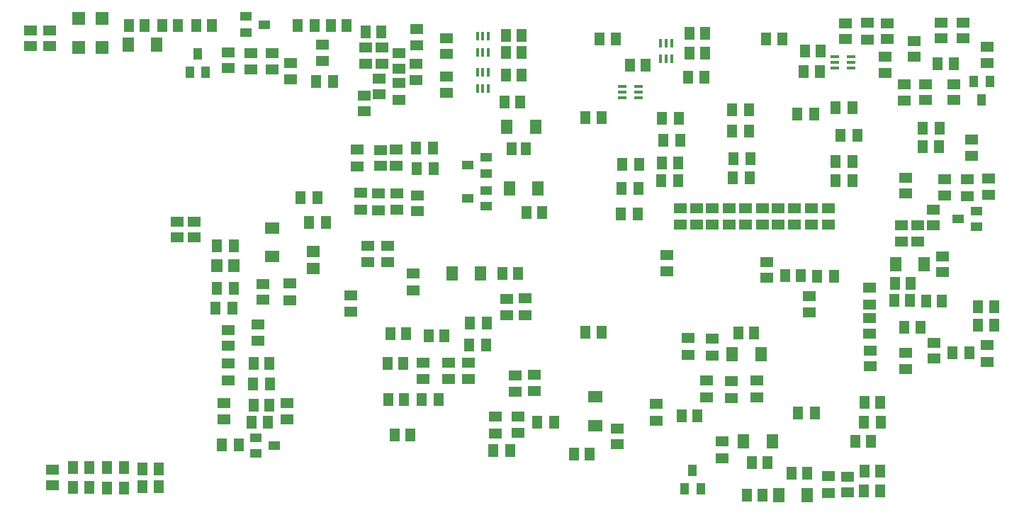
<source format=gbr>
%TF.GenerationSoftware,KiCad,Pcbnew,(5.1.6)-1*%
%TF.CreationDate,2021-06-14T09:51:15+02:00*%
%TF.ProjectId,ST25.004,53543235-2e30-4303-942e-6b696361645f,rev?*%
%TF.SameCoordinates,Original*%
%TF.FileFunction,Paste,Top*%
%TF.FilePolarity,Positive*%
%FSLAX46Y46*%
G04 Gerber Fmt 4.6, Leading zero omitted, Abs format (unit mm)*
G04 Created by KiCad (PCBNEW (5.1.6)-1) date 2021-06-14 09:51:15*
%MOMM*%
%LPD*%
G01*
G04 APERTURE LIST*
%ADD10R,1.300000X1.600000*%
%ADD11R,1.300000X1.500000*%
%ADD12R,1.600000X1.300000*%
%ADD13R,1.400000X1.800000*%
%ADD14R,1.500000X1.300000*%
%ADD15R,1.800000X1.400000*%
%ADD16R,1.000000X1.400000*%
%ADD17R,1.400000X1.000000*%
%ADD18R,1.600000X1.400000*%
%ADD19R,1.400000X1.600000*%
%ADD20R,1.117600X0.355600*%
%ADD21R,0.355600X1.117600*%
%ADD22R,1.500000X1.500000*%
G04 APERTURE END LIST*
D10*
%TO.C,C4*%
X157600000Y-79800000D03*
X159600000Y-79800000D03*
%TD*%
D11*
%TO.C,R35*%
X132654000Y-115062000D03*
X134554000Y-115062000D03*
%TD*%
%TO.C,R21*%
X132400000Y-122936000D03*
X134300000Y-122936000D03*
%TD*%
D10*
%TO.C,C247*%
X113903000Y-104521000D03*
X111903000Y-104521000D03*
%TD*%
D12*
%TO.C,C244*%
X195630600Y-104075600D03*
X195630600Y-102075600D03*
%TD*%
D10*
%TO.C,C61*%
X111776000Y-112014000D03*
X113776000Y-112014000D03*
%TD*%
D12*
%TO.C,C60*%
X112776000Y-125333000D03*
X112776000Y-123333000D03*
%TD*%
D10*
%TO.C,C58*%
X105000000Y-133365000D03*
X103000000Y-133365000D03*
%TD*%
%TO.C,C57*%
X98822000Y-131064000D03*
X100822000Y-131064000D03*
%TD*%
%TO.C,C54*%
X96700000Y-131065000D03*
X94700000Y-131065000D03*
%TD*%
D12*
%TO.C,C52*%
X116840000Y-113935000D03*
X116840000Y-115935000D03*
%TD*%
D10*
%TO.C,C39*%
X121900000Y-98800000D03*
X123900000Y-98800000D03*
%TD*%
D12*
%TO.C,C205*%
X116000000Y-81500000D03*
X116000000Y-83500000D03*
%TD*%
D10*
%TO.C,C16*%
X112525300Y-128333500D03*
X114525300Y-128333500D03*
%TD*%
D13*
%TO.C,D3*%
X101297000Y-80518000D03*
X104697000Y-80518000D03*
%TD*%
D12*
%TO.C,C29*%
X176403000Y-122666000D03*
X176403000Y-120666000D03*
%TD*%
%TO.C,C27*%
X170434000Y-122666000D03*
X170434000Y-120666000D03*
%TD*%
%TO.C,C26*%
X173355000Y-120729500D03*
X173355000Y-122729500D03*
%TD*%
D11*
%TO.C,R39*%
X167452000Y-124841000D03*
X169352000Y-124841000D03*
%TD*%
D14*
%TO.C,R33*%
X91948000Y-78806000D03*
X91948000Y-80706000D03*
%TD*%
%TO.C,R34*%
X89662000Y-80706000D03*
X89662000Y-78806000D03*
%TD*%
D13*
%TO.C,D2*%
X140032000Y-107886500D03*
X143432000Y-107886500D03*
%TD*%
D11*
%TO.C,R23*%
X145989000Y-107823000D03*
X147889000Y-107823000D03*
%TD*%
%TO.C,R22*%
X150810000Y-100584000D03*
X148910000Y-100584000D03*
%TD*%
D15*
%TO.C,D209*%
X157149600Y-122635400D03*
X157149600Y-126035400D03*
%TD*%
D12*
%TO.C,C204*%
X148717000Y-110823500D03*
X148717000Y-112823500D03*
%TD*%
D13*
%TO.C,D215*%
X173496500Y-117538500D03*
X176896500Y-117538500D03*
%TD*%
D10*
%TO.C,C17*%
X183245000Y-88851600D03*
X181245000Y-88851600D03*
%TD*%
D12*
%TO.C,C28*%
X202057000Y-93837000D03*
X202057000Y-91837000D03*
%TD*%
D10*
%TO.C,C252-2*%
X173498000Y-88265000D03*
X175498000Y-88265000D03*
%TD*%
%TO.C,C251-2*%
X187817000Y-88011000D03*
X185817000Y-88011000D03*
%TD*%
%TO.C,C250-2*%
X187817000Y-96774000D03*
X185817000Y-96774000D03*
%TD*%
%TO.C,C59*%
X98822000Y-133477000D03*
X100822000Y-133477000D03*
%TD*%
D14*
%TO.C,R31*%
X113284000Y-116520000D03*
X113284000Y-114620000D03*
%TD*%
D11*
%TO.C,R30*%
X116271000Y-123571000D03*
X118171000Y-123571000D03*
%TD*%
D12*
%TO.C,C10*%
X113284000Y-120634000D03*
X113284000Y-118634000D03*
%TD*%
D10*
%TO.C,C9*%
X118043200Y-125679200D03*
X116043200Y-125679200D03*
%TD*%
%TO.C,C263-2*%
X166989000Y-96774000D03*
X164989000Y-96774000D03*
%TD*%
%TO.C,C262-2*%
X142129000Y-113792000D03*
X144129000Y-113792000D03*
%TD*%
%TO.C,C261-2*%
X167116000Y-89281000D03*
X165116000Y-89281000D03*
%TD*%
%TO.C,C260-2*%
X162290000Y-97663000D03*
X160290000Y-97663000D03*
%TD*%
%TO.C,C253-2*%
X173625000Y-94107000D03*
X175625000Y-94107000D03*
%TD*%
D11*
%TO.C,R29*%
X127442000Y-78232000D03*
X125542000Y-78232000D03*
%TD*%
%TO.C,R259*%
X109413000Y-78232000D03*
X111313000Y-78232000D03*
%TD*%
%TO.C,R258*%
X105349000Y-78232000D03*
X107249000Y-78232000D03*
%TD*%
D14*
%TO.C,R20*%
X178993600Y-101993600D03*
X178993600Y-100093600D03*
%TD*%
%TO.C,R19*%
X182930600Y-101993600D03*
X182930600Y-100093600D03*
%TD*%
%TO.C,R18*%
X180898600Y-101993600D03*
X180898600Y-100093600D03*
%TD*%
%TO.C,R17*%
X184962600Y-101993600D03*
X184962600Y-100093600D03*
%TD*%
%TO.C,R16*%
X167309600Y-101993600D03*
X167309600Y-100093600D03*
%TD*%
%TO.C,R15*%
X169214600Y-101993600D03*
X169214600Y-100093600D03*
%TD*%
%TO.C,R14*%
X171119600Y-101993600D03*
X171119600Y-100093600D03*
%TD*%
%TO.C,R13*%
X173151600Y-101993600D03*
X173151600Y-100093600D03*
%TD*%
%TO.C,R12*%
X177088600Y-101993600D03*
X177088600Y-100093600D03*
%TD*%
%TO.C,R11*%
X175056600Y-101993600D03*
X175056600Y-100093600D03*
%TD*%
D11*
%TO.C,R10*%
X168350000Y-79200000D03*
X170250000Y-79200000D03*
%TD*%
%TO.C,R9*%
X168350000Y-81500000D03*
X170250000Y-81500000D03*
%TD*%
%TO.C,R8*%
X168250000Y-84400000D03*
X170150000Y-84400000D03*
%TD*%
%TO.C,R7*%
X183950000Y-83700000D03*
X182050000Y-83700000D03*
%TD*%
%TO.C,R6*%
X184050000Y-81300000D03*
X182150000Y-81300000D03*
%TD*%
%TO.C,R5*%
X148320600Y-79453600D03*
X146420600Y-79453600D03*
%TD*%
%TO.C,R4*%
X146420600Y-81485600D03*
X148320600Y-81485600D03*
%TD*%
%TO.C,R3*%
X146420600Y-84152600D03*
X148320600Y-84152600D03*
%TD*%
%TO.C,R2*%
X146243000Y-87376000D03*
X148143000Y-87376000D03*
%TD*%
%TO.C,R1*%
X163129000Y-83009600D03*
X161229000Y-83009600D03*
%TD*%
D14*
%TO.C,R257*%
X139319000Y-86250000D03*
X139319000Y-84350000D03*
%TD*%
%TO.C,R256*%
X139319000Y-79750000D03*
X139319000Y-81650000D03*
%TD*%
%TO.C,R279*%
X204100000Y-96550000D03*
X204100000Y-98450000D03*
%TD*%
%TO.C,R278*%
X203900000Y-82689600D03*
X203900000Y-80789600D03*
%TD*%
%TO.C,R266*%
X141986000Y-120457000D03*
X141986000Y-118557000D03*
%TD*%
%TO.C,R260*%
X200000000Y-87150000D03*
X200000000Y-85250000D03*
%TD*%
%TO.C,R252*%
X197535600Y-102120600D03*
X197535600Y-100220600D03*
%TD*%
%TO.C,R250*%
X194200000Y-98310600D03*
X194200000Y-96410600D03*
%TD*%
%TO.C,R243*%
X198600000Y-107708600D03*
X198600000Y-105808600D03*
%TD*%
%TO.C,R251*%
X193725600Y-104025600D03*
X193725600Y-102125600D03*
%TD*%
D11*
%TO.C,R249*%
X192902600Y-109044600D03*
X194802600Y-109044600D03*
%TD*%
D14*
%TO.C,R215*%
X135763000Y-78679000D03*
X135763000Y-80579000D03*
%TD*%
%TO.C,R261*%
X135686600Y-82821600D03*
X135686600Y-84721600D03*
%TD*%
%TO.C,R277*%
X120294400Y-123395700D03*
X120294400Y-125295700D03*
%TD*%
D11*
%TO.C,R268*%
X154548600Y-129466200D03*
X156448600Y-129466200D03*
%TD*%
D14*
%TO.C,R244*%
X131444800Y-95008600D03*
X131444800Y-93108600D03*
%TD*%
D11*
%TO.C,R276*%
X147105000Y-92964000D03*
X148805000Y-92964000D03*
%TD*%
D14*
%TO.C,R255*%
X132334000Y-106487000D03*
X132334000Y-104587000D03*
%TD*%
%TO.C,R254*%
X133400600Y-98300500D03*
X133400600Y-100200500D03*
%TD*%
%TO.C,R253*%
X129921000Y-106487000D03*
X129921000Y-104587000D03*
%TD*%
%TO.C,R248*%
X127889000Y-110492500D03*
X127889000Y-112392500D03*
%TD*%
%TO.C,R247*%
X117411500Y-109095500D03*
X117411500Y-110995500D03*
%TD*%
%TO.C,R262*%
X107200000Y-103550000D03*
X107200000Y-101650000D03*
%TD*%
%TO.C,R263*%
X109200000Y-103550000D03*
X109200000Y-101650000D03*
%TD*%
D11*
%TO.C,R246*%
X103312000Y-78232000D03*
X101412000Y-78232000D03*
%TD*%
%TO.C,R32*%
X118171000Y-118618000D03*
X116271000Y-118618000D03*
%TD*%
%TO.C,R270*%
X103021500Y-131243500D03*
X104921500Y-131243500D03*
%TD*%
%TO.C,R271*%
X94750000Y-133465000D03*
X96650000Y-133465000D03*
%TD*%
D14*
%TO.C,R269*%
X92300000Y-133215000D03*
X92300000Y-131315000D03*
%TD*%
%TO.C,R225*%
X120700000Y-84643000D03*
X120700000Y-82743000D03*
%TD*%
%TO.C,R224*%
X124510600Y-82435600D03*
X124510600Y-80535600D03*
%TD*%
D11*
%TO.C,R223*%
X181670800Y-108079400D03*
X179770800Y-108079400D03*
%TD*%
D14*
%TO.C,R222*%
X187248600Y-132146000D03*
X187248600Y-134046000D03*
%TD*%
%TO.C,R226*%
X190000000Y-118950000D03*
X190000000Y-117050000D03*
%TD*%
%TO.C,R227*%
X189900000Y-113200000D03*
X189900000Y-115100000D03*
%TD*%
%TO.C,R242*%
X135889800Y-100418800D03*
X135889800Y-98518800D03*
%TD*%
%TO.C,R202*%
X146494500Y-110937000D03*
X146494500Y-112837000D03*
%TD*%
%TO.C,R201*%
X159766000Y-126367500D03*
X159766000Y-128267500D03*
%TD*%
%TO.C,R203*%
X118500000Y-83450000D03*
X118500000Y-81550000D03*
%TD*%
%TO.C,R204*%
X131292400Y-86474200D03*
X131292400Y-84574200D03*
%TD*%
%TO.C,R205*%
X129514400Y-88480800D03*
X129514400Y-86580800D03*
%TD*%
%TO.C,R206*%
X113300000Y-83350000D03*
X113300000Y-81450000D03*
%TD*%
D11*
%TO.C,R209*%
X190050000Y-127900000D03*
X188150000Y-127900000D03*
%TD*%
%TO.C,R267*%
X189296000Y-131445000D03*
X191196000Y-131445000D03*
%TD*%
%TO.C,R207*%
X192850000Y-111051200D03*
X194750000Y-111051200D03*
%TD*%
%TO.C,R208*%
X196650000Y-111127400D03*
X198550000Y-111127400D03*
%TD*%
%TO.C,R210*%
X194045600Y-114277000D03*
X195945600Y-114277000D03*
%TD*%
D14*
%TO.C,R211*%
X198900000Y-98539200D03*
X198900000Y-96639200D03*
%TD*%
%TO.C,R241*%
X133629200Y-83400800D03*
X133629200Y-81500800D03*
%TD*%
%TO.C,R216*%
X131622600Y-80891200D03*
X131622600Y-82791200D03*
%TD*%
D11*
%TO.C,R217*%
X129656600Y-78971000D03*
X131556600Y-78971000D03*
%TD*%
D14*
%TO.C,R218*%
X196600000Y-85250000D03*
X196600000Y-87150000D03*
%TD*%
%TO.C,R219*%
X191770000Y-81981000D03*
X191770000Y-83881000D03*
%TD*%
%TO.C,R221*%
X197586400Y-116121000D03*
X197586400Y-118021000D03*
%TD*%
D11*
%TO.C,R230*%
X191150000Y-123300000D03*
X189250000Y-123300000D03*
%TD*%
D14*
%TO.C,R232*%
X177647400Y-106469000D03*
X177647400Y-108369000D03*
%TD*%
%TO.C,R231*%
X194200000Y-117350000D03*
X194200000Y-119250000D03*
%TD*%
%TO.C,R233*%
X182727400Y-110609200D03*
X182727400Y-112509200D03*
%TD*%
D11*
%TO.C,R229*%
X182433000Y-131699000D03*
X180533000Y-131699000D03*
%TD*%
%TO.C,R228*%
X175224200Y-134366000D03*
X177124200Y-134366000D03*
%TD*%
%TO.C,R235*%
X174183000Y-114998500D03*
X176083000Y-114998500D03*
%TD*%
%TO.C,R237*%
X175834000Y-130492500D03*
X177734000Y-130492500D03*
%TD*%
D14*
%TO.C,R220*%
X195200000Y-80076000D03*
X195200000Y-81976000D03*
%TD*%
D11*
%TO.C,R239*%
X137226000Y-115316000D03*
X139126000Y-115316000D03*
%TD*%
%TO.C,R238*%
X134173000Y-118618000D03*
X132273000Y-118618000D03*
%TD*%
D14*
%TO.C,R240*%
X147574000Y-120081000D03*
X147574000Y-121981000D03*
%TD*%
D11*
%TO.C,R38*%
X135062000Y-127127000D03*
X133162000Y-127127000D03*
%TD*%
%TO.C,R25*%
X198050000Y-82800000D03*
X199950000Y-82800000D03*
%TD*%
D14*
%TO.C,R27*%
X201100000Y-77850000D03*
X201100000Y-79750000D03*
%TD*%
%TO.C,R26*%
X198400000Y-79750000D03*
X198400000Y-77850000D03*
%TD*%
%TO.C,R28*%
X192000000Y-79850000D03*
X192000000Y-77950000D03*
%TD*%
%TO.C,R24*%
X187000000Y-77950000D03*
X187000000Y-79850000D03*
%TD*%
D10*
%TO.C,C22*%
X177500000Y-79800000D03*
X179500000Y-79800000D03*
%TD*%
%TO.C,C19*%
X157895600Y-89232600D03*
X155895600Y-89232600D03*
%TD*%
%TO.C,C18*%
X157908500Y-114871500D03*
X155908500Y-114871500D03*
%TD*%
%TO.C,C264*%
X162163000Y-100711000D03*
X160163000Y-100711000D03*
%TD*%
D12*
%TO.C,C254*%
X165658600Y-105631600D03*
X165658600Y-107631600D03*
%TD*%
D10*
%TO.C,C253*%
X173548600Y-96471600D03*
X175548600Y-96471600D03*
%TD*%
%TO.C,C252*%
X173498000Y-90805000D03*
X175498000Y-90805000D03*
%TD*%
%TO.C,C260*%
X162340600Y-94820600D03*
X160340600Y-94820600D03*
%TD*%
%TO.C,C250*%
X187817000Y-94488000D03*
X185817000Y-94488000D03*
%TD*%
%TO.C,C251*%
X188452000Y-91313000D03*
X186452000Y-91313000D03*
%TD*%
%TO.C,C261*%
X167243000Y-91948000D03*
X165243000Y-91948000D03*
%TD*%
%TO.C,C262*%
X142052600Y-116410600D03*
X144052600Y-116410600D03*
%TD*%
%TO.C,C263*%
X167039600Y-94615000D03*
X165039600Y-94615000D03*
%TD*%
%TO.C,C235*%
X198205400Y-92687000D03*
X196205400Y-92687000D03*
%TD*%
%TO.C,C236*%
X202800000Y-111864000D03*
X204800000Y-111864000D03*
%TD*%
%TO.C,C234*%
X198256200Y-90502600D03*
X196256200Y-90502600D03*
%TD*%
%TO.C,C64*%
X150206000Y-125656200D03*
X152206000Y-125656200D03*
%TD*%
D12*
%TO.C,C63*%
X164401500Y-125460000D03*
X164401500Y-123460000D03*
%TD*%
D10*
%TO.C,C239*%
X204800000Y-114073800D03*
X202800000Y-114073800D03*
%TD*%
D12*
%TO.C,C237*%
X203900000Y-118452000D03*
X203900000Y-116452000D03*
%TD*%
D10*
%TO.C,C240*%
X123800000Y-84889200D03*
X125800000Y-84889200D03*
%TD*%
%TO.C,C242*%
X137779000Y-95313500D03*
X135779000Y-95313500D03*
%TD*%
D12*
%TO.C,C49*%
X168211500Y-115586000D03*
X168211500Y-117586000D03*
%TD*%
D10*
%TO.C,C241*%
X137702600Y-92890200D03*
X135702600Y-92890200D03*
%TD*%
%TO.C,C238*%
X199790000Y-117370000D03*
X201790000Y-117370000D03*
%TD*%
D12*
%TO.C,C243*%
X149809000Y-119957200D03*
X149809000Y-121957200D03*
%TD*%
D10*
%TO.C,C232*%
X183346400Y-124564000D03*
X181346400Y-124564000D03*
%TD*%
%TO.C,C42*%
X144923000Y-129032000D03*
X146923000Y-129032000D03*
%TD*%
D12*
%TO.C,C41*%
X128676200Y-93058600D03*
X128676200Y-95058600D03*
%TD*%
%TO.C,C24*%
X131191000Y-98314000D03*
X131191000Y-100314000D03*
%TD*%
%TO.C,C23*%
X129057200Y-98250500D03*
X129057200Y-100250500D03*
%TD*%
%TO.C,C37*%
X135382000Y-109902500D03*
X135382000Y-107902500D03*
%TD*%
%TO.C,C36*%
X120650000Y-109045500D03*
X120650000Y-111045500D03*
%TD*%
D10*
%TO.C,C53*%
X111903000Y-109601000D03*
X113903000Y-109601000D03*
%TD*%
%TO.C,C55*%
X118221000Y-121031000D03*
X116221000Y-121031000D03*
%TD*%
%TO.C,C220*%
X183657800Y-108181000D03*
X185657800Y-108181000D03*
%TD*%
D12*
%TO.C,C223*%
X185013400Y-132096000D03*
X185013400Y-134096000D03*
%TD*%
%TO.C,C221*%
X189900000Y-109568600D03*
X189900000Y-111568600D03*
%TD*%
%TO.C,C20*%
X133349800Y-95033200D03*
X133349800Y-93033200D03*
%TD*%
D10*
%TO.C,C206*%
X189195000Y-133858000D03*
X191195000Y-133858000D03*
%TD*%
D12*
%TO.C,C207*%
X201600000Y-98600000D03*
X201600000Y-96600000D03*
%TD*%
%TO.C,C216*%
X133654600Y-87108400D03*
X133654600Y-85108400D03*
%TD*%
%TO.C,C218*%
X129717600Y-82815800D03*
X129717600Y-80815800D03*
%TD*%
%TO.C,C219*%
X194000000Y-87233000D03*
X194000000Y-85233000D03*
%TD*%
D10*
%TO.C,C215*%
X123555000Y-78232000D03*
X121555000Y-78232000D03*
%TD*%
%TO.C,C7*%
X189200000Y-125600000D03*
X191200000Y-125600000D03*
%TD*%
D12*
%TO.C,C227*%
X147853200Y-126935600D03*
X147853200Y-124935600D03*
%TD*%
%TO.C,C226*%
X171069000Y-117649500D03*
X171069000Y-115649500D03*
%TD*%
%TO.C,C225*%
X145161000Y-126984000D03*
X145161000Y-124984000D03*
%TD*%
%TO.C,C224*%
X172275500Y-127968500D03*
X172275500Y-129968500D03*
%TD*%
D10*
%TO.C,C1*%
X124952000Y-101790500D03*
X122952000Y-101790500D03*
%TD*%
D12*
%TO.C,C2*%
X139573000Y-120507000D03*
X139573000Y-118507000D03*
%TD*%
%TO.C,C3*%
X136525000Y-120507000D03*
X136525000Y-118507000D03*
%TD*%
D10*
%TO.C,C5*%
X136414000Y-122936000D03*
X138414000Y-122936000D03*
%TD*%
D12*
%TO.C,C8*%
X189600000Y-77900000D03*
X189600000Y-79900000D03*
%TD*%
D13*
%TO.C,D217*%
X174855200Y-127952500D03*
X178255200Y-127952500D03*
%TD*%
%TO.C,D213*%
X179021000Y-134366000D03*
X182421000Y-134366000D03*
%TD*%
D15*
%TO.C,D210*%
X118491000Y-102440000D03*
X118491000Y-105840000D03*
%TD*%
D16*
%TO.C,D211*%
X167807400Y-133614200D03*
X169707400Y-133614200D03*
X168757400Y-131414200D03*
%TD*%
D17*
%TO.C,D207*%
X202700000Y-102273000D03*
X202700000Y-100373000D03*
X200500000Y-101323000D03*
%TD*%
%TO.C,D202*%
X144038500Y-99819500D03*
X144038500Y-97919500D03*
X141838500Y-98869500D03*
%TD*%
%TO.C,D203*%
X144038500Y-95882500D03*
X144038500Y-93982500D03*
X141838500Y-94932500D03*
%TD*%
D16*
%TO.C,D205*%
X108651000Y-83777000D03*
X110551000Y-83777000D03*
X109601000Y-81577000D03*
%TD*%
D17*
%TO.C,IC12*%
X116603600Y-127485100D03*
X116603600Y-129385100D03*
X118803600Y-128435100D03*
%TD*%
%TO.C,IC13*%
X115359000Y-77155000D03*
X115359000Y-79055000D03*
X117559000Y-78105000D03*
%TD*%
D18*
%TO.C,L2*%
X123444000Y-107235500D03*
X123444000Y-105235500D03*
%TD*%
D13*
%TO.C,D10*%
X146572500Y-90297000D03*
X149972500Y-90297000D03*
%TD*%
%TO.C,D13*%
X146890000Y-97726500D03*
X150290000Y-97726500D03*
%TD*%
D19*
%TO.C,L1*%
X113903000Y-106934000D03*
X111903000Y-106934000D03*
%TD*%
D13*
%TO.C,D1*%
X193000000Y-106758600D03*
X196400000Y-106758600D03*
%TD*%
D16*
%TO.C,T201*%
X204250000Y-84900000D03*
X202350000Y-84900000D03*
X203300000Y-87100000D03*
%TD*%
D20*
%TO.C,T203*%
X185775400Y-83289000D03*
X185775400Y-82628600D03*
X185775400Y-81968200D03*
X187705800Y-81968200D03*
X187705800Y-82628600D03*
X187705800Y-83289000D03*
%TD*%
D21*
%TO.C,T204*%
X166268400Y-82245200D03*
X165608000Y-82245200D03*
X164947600Y-82245200D03*
X164947600Y-80314800D03*
X165608000Y-80314800D03*
X166268400Y-80314800D03*
%TD*%
D20*
%TO.C,T205*%
X160375400Y-86845000D03*
X160375400Y-86184600D03*
X160375400Y-85524200D03*
X162305800Y-85524200D03*
X162305800Y-86184600D03*
X162305800Y-86845000D03*
%TD*%
D21*
%TO.C,T206*%
X144348000Y-85752800D03*
X143687600Y-85752800D03*
X143027200Y-85752800D03*
X143027200Y-83822400D03*
X143687600Y-83822400D03*
X144348000Y-83822400D03*
%TD*%
%TO.C,T207*%
X144348000Y-81434800D03*
X143687600Y-81434800D03*
X143027200Y-81434800D03*
X143027200Y-79504400D03*
X143687600Y-79504400D03*
X144348000Y-79504400D03*
%TD*%
D22*
%TO.C,LED1*%
X95377000Y-77371000D03*
X95377000Y-80871000D03*
%TD*%
%TO.C,LED2*%
X98171000Y-77371000D03*
X98171000Y-80871000D03*
%TD*%
M02*

</source>
